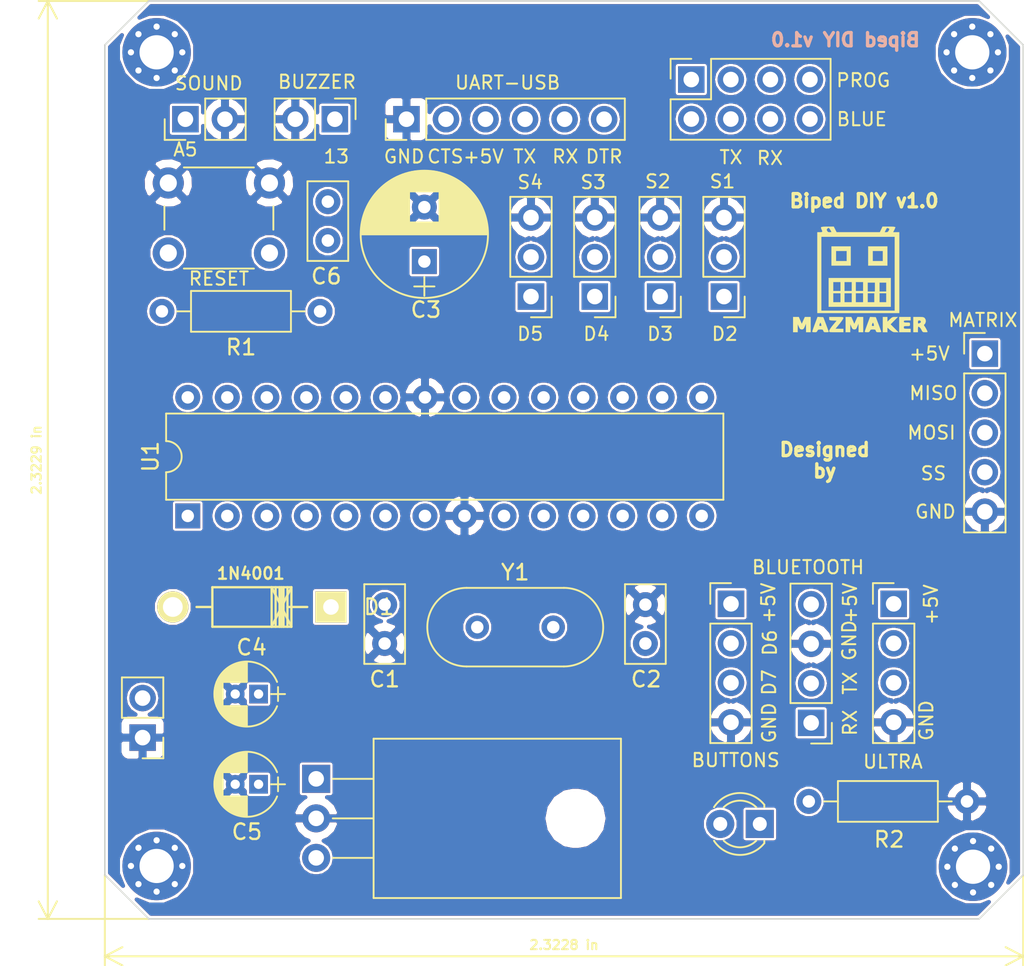
<source format=kicad_pcb>
(kicad_pcb (version 20171130) (host pcbnew 5.1.0-rc1-unknown-5072298~66~ubuntu16.04.1)
  (layers (0 F.Cu signal hide) (31 B.Cu signal hide) (34 B.Paste user) (35 F.Paste user) (36 B.SilkS user) (37 F.SilkS user) (38 B.Mask user) (39 F.Mask user) (44 Edge.Cuts user))
  (net 0 "")
  (net 1 /XTAL1)
  (net 2 GND)
  (net 3 /XTAL2)
  (net 4 /RESET)
  (net 5 /D9)
  (net 6 /D10/SS)
  (net 7 /D11/MOSI)
  (net 8 /D2)
  (net 9 /D12/MISO)
  (net 10 /D3)
  (net 11 /D13/SCK)
  (net 12 /D4)
  (net 13 +5V)
  (net 14 "Net-(U1-Pad21)")
  (net 15 /A0)
  (net 16 /A1)
  (net 17 /D5)
  (net 18 /A2)
  (net 19 /D6)
  (net 20 /A3)
  (net 21 /D7)
  (net 22 /A4)
  (net 23 /D8)
  (net 24 /A5)
  (net 25 "Net-(C4-Pad1)")
  (net 26 "Net-(D1-Pad2)")
  (net 27 "Net-(D2-Pad1)")
  (net 28 /DTR)
  (net 29 /CTS)
  (net 30 /RX-BLUE)
  (net 31 /TX-BLUE)
  (net 32 /RX-UART)
  (net 33 /TX)
  (net 34 /RX)
  (net 35 /TX-UART)
  (module OSHwi:greynaga6-2 (layer F.Cu) (at 180.975 86.995)
    (fp_text reference GBSilk*** hide)
    (fp_text value LOGO hide)
  )
  (module OSHwi:greynaga6-2-cooper (layer F.Cu) (at 180.975 86.995)
    (fp_text reference GS*** hide)
    (fp_text value v hide)
    (fp_poly (pts (xy -0.69325 -0.237887) (xy -0.678291 -0.237691) (xy -0.66664 -0.237282) (xy -0.657538 -0.236627) (xy -0.650225 -0.235693) (xy -0.64394 -0.234449) (xy -0.637923 -0.232859) (xy -0.634635 -0.231882) (xy -0.615263 -0.22408) (xy -0.600966 -0.213639) (xy -0.59135 -0.199927) (xy -0.586023 -0.18231) (xy -0.584591 -0.160153) (xy -0.584904 -0.151778) (xy -0.586199 -0.13733) (xy -0.588509 -0.12693) (xy -0.592441 -0.118285) (xy -0.594707 -0.114647) (xy -0.607869 -0.100444) (xy -0.626089 -0.089721) (xy -0.648974 -0.082707) (xy -0.650875 -0.082335) (xy -0.661479 -0.080264) (xy -0.669231 -0.078614) (xy -0.672399 -0.07776) (xy -0.671249 -0.074838) (xy -0.667473 -0.066881) (xy -0.661377 -0.054486) (xy -0.653269 -0.038249) (xy -0.643454 -0.018768) (xy -0.63224 0.00336) (xy -0.619933 0.027539) (xy -0.60684 0.053171) (xy -0.593268 0.079659) (xy -0.579523 0.106407) (xy -0.565912 0.132818) (xy -0.552742 0.158294) (xy -0.540319 0.182239) (xy -0.528951 0.204056) (xy -0.518943 0.223148) (xy -0.510604 0.238918) (xy -0.504238 0.250768) (xy -0.500153 0.258103) (xy -0.498679 0.26035) (xy -0.496798 0.25763) (xy -0.492187 0.249795) (xy -0.485113 0.237325) (xy -0.475841 0.220703) (xy -0.464639 0.200411) (xy -0.451772 0.176931) (xy -0.437506 0.150747) (xy -0.422108 0.122339) (xy -0.405844 0.092191) (xy -0.405354 0.091281) (xy -0.314371 -0.077788) (xy -0.332491 -0.08014) (xy -0.358579 -0.085731) (xy -0.379576 -0.095037) (xy -0.395432 -0.108002) (xy -0.406098 -0.124572) (xy -0.411524 -0.144689) (xy -0.41166 -0.1683) (xy -0.411596 -0.168929) (xy -0.408557 -0.186228) (xy -0.40288 -0.199769) (xy -0.393456 -0.211955) (xy -0.390298 -0.215157) (xy -0.384691 -0.220382) (xy -0.379135 -0.22467) (xy -0.372953 -0.228119) (xy -0.365468 -0.230831) (xy -0.356001 -0.232906) (xy -0.343874 -0.234444) (xy -0.328412 -0.235545) (xy -0.308935 -0.236311) (xy -0.284765 -0.23684) (xy -0.255227 -0.237234) (xy -0.240113 -0.237392) (xy -0.21045 -0.237672) (xy -0.186384 -0.237834) (xy -0.167164 -0.237846) (xy -0.152035 -0.237677) (xy -0.140247 -0.237297) (xy -0.131048 -0.236672) (xy -0.123684 -0.235774) (xy -0.117403 -0.234569) (xy -0.111454 -0.233027) (xy -0.107577 -0.23188) (xy -0.087593 -0.223579) (xy -0.072998 -0.212296) (xy -0.063402 -0.197681) (xy -0.06049 -0.189501) (xy -0.057849 -0.17361) (xy -0.057623 -0.155516) (xy -0.059639 -0.137721) (xy -0.063724 -0.12273) (xy -0.065373 -0.119063) (xy -0.075174 -0.106022) (xy -0.089612 -0.094665) (xy -0.106996 -0.086122) (xy -0.120123 -0.082401) (xy -0.138306 -0.078824) (xy -0.316803 0.260292) (xy -0.339526 0.303472) (xy -0.361409 0.345083) (xy -0.382275 0.384779) (xy -0.401941 0.422217) (xy -0.420228 0.457053) (xy -0.436955 0.488941) (xy -0.451942 0.517539) (xy -0.465008 0.542502) (xy -0.475973 0.563486) (xy -0.484657 0.580145) (xy -0.490879 0.592137) (xy -0.494458 0.599117) (xy -0.4953 0.600858) (xy -0.492386 0.601767) (xy -0.484656 0.602876) (xy -0.473634 0.603978) (xy -0.470694 0.604216) (xy -0.44538 0.607588) (xy -0.425401 0.613522) (xy -0.41017 0.622294) (xy -0.399097 0.634182) (xy -0.395922 0.639453) (xy -0.392339 0.647473) (xy -0.390203 0.656276) (xy -0.389188 0.667818) (xy -0.388961 0.681037) (xy -0.389162 0.695451) (xy -0.390064 0.70554) (xy -0.392069 0.71332) (xy -0.395582 0.720809) (xy -0.397641 0.724417) (xy -0.407008 0.737082) (xy -0.418946 0.746565) (xy -0.434978 0.753927) (xy -0.444283 0.756934) (xy -0.448437 0.757968) (xy -0.453651 0.758853) (xy -0.460409 0.759599) (xy -0.469197 0.760217) (xy -0.480499 0.760719) (xy -0.494801 0.761114) (xy -0.512589 0.761414) (xy -0.534346 0.761629) (xy -0.560558 0.76177) (xy -0.59171 0.761848) (xy -0.628288 0.761873) (xy -0.666533 0.76186) (xy -0.709158 0.76181) (xy -0.745879 0.761714) (xy -0.777139 0.761563) (xy -0.803384 0.761349) (xy -0.825059 0.761061) (xy -0.842608 0.76069) (xy -0.856477 0.760227) (xy -0.867111 0.759662) (xy -0.874954 0.758987) (xy -0.880452 0.75819) (xy -0.884049 0.757264) (xy -0.884054 0.757262) (xy -0.899387 0.750138) (xy -0.911383 0.74022) (xy -0.922125 0.725776) (xy -0.922338 0.725435) (xy -0.927404 0.716379) (xy -0.930457 0.707817) (xy -0.932106 0.697391) (xy -0.93289 0.684466) (xy -0.93316 0.670583) (xy -0.932391 0.660777) (xy -0.930214 0.652813) (xy -0.926296 0.644525) (xy -0.918956 0.633894) (xy -0.909612 0.624233) (xy -0.906219 0.621585) (xy -0.898427 0.616644) (xy -0.890239 0.612661) (xy -0.880892 0.609537) (xy -0.86962 0.607172) (xy -0.855659 0.605466) (xy -0.838244 0.604321) (xy -0.816611 0.603637) (xy -0.789994 0.603314) (xy -0.765147 0.60325) (xy -0.674378 0.60325) (xy -0.63167 0.523265) (xy -0.620721 0.502659) (xy -0.610854 0.483898) (xy -0.60244 0.467703) (xy -0.59585 0.454793) (xy -0.591454 0.445889) (xy -0.589623 0.441713) (xy -0.589598 0.441509) (xy -0.591112 0.43849) (xy -0.595331 0.430224) (xy -0.602049 0.417111) (xy -0.611062 0.399548) (xy -0.622165 0.377933) (xy -0.635153 0.352665) (xy -0.649822 0.324141) (xy -0.665967 0.29276) (xy -0.683383 0.258921) (xy -0.701865 0.223021) (xy -0.72121 0.185459) (xy -0.72352 0.180975) (xy -0.856807 -0.077788) (xy -0.870523 -0.08142) (xy -0.893313 -0.089255) (xy -0.910496 -0.099507) (xy -0.922541 -0.112756) (xy -0.929919 -0.12958) (xy -0.933101 -0.150559) (xy -0.933311 -0.15875) (xy -0.931657 -0.180707) (xy -0.926294 -0.198115) (xy -0.916623 -0.211961) (xy -0.902046 -0.223233) (xy -0.890548 -0.229239) (xy -0.886107 -0.231197) (xy -0.881683 -0.232777) (xy -0.876557 -0.234028) (xy -0.870009 -0.234997) (xy -0.86132 -0.235732) (xy -0.849769 -0.236281) (xy -0.834637 -0.236691) (xy -0.815204 -0.237011) (xy -0.79075 -0.237288) (xy -0.765583 -0.237524) (xy -0.736136 -0.23777) (xy -0.712278 -0.237903) (xy -0.69325 -0.237887)) (layer F.Cu) (width 0.01))
    (fp_poly (pts (xy 2.298534 -0.25834) (xy 2.315568 -0.258055) (xy 2.328899 -0.257446) (xy 2.33985 -0.256395) (xy 2.349745 -0.254781) (xy 2.359907 -0.252486) (xy 2.369203 -0.250056) (xy 2.403796 -0.238621) (xy 2.437402 -0.223561) (xy 2.467646 -0.205971) (xy 2.473325 -0.202075) (xy 2.493962 -0.187471) (xy 2.495806 -0.238125) (xy 2.601884 -0.238125) (xy 2.631271 -0.238021) (xy 2.657886 -0.237718) (xy 2.681039 -0.237238) (xy 2.700037 -0.236599) (xy 2.714189 -0.23582) (xy 2.722803 -0.234921) (xy 2.723681 -0.234754) (xy 2.745043 -0.227352) (xy 2.762234 -0.215493) (xy 2.774811 -0.199705) (xy 2.782334 -0.180517) (xy 2.784426 -0.161925) (xy 2.782846 -0.14114) (xy 2.777738 -0.124407) (xy 2.768598 -0.110196) (xy 2.766774 -0.108105) (xy 2.753977 -0.096772) (xy 2.738485 -0.088636) (xy 2.71925 -0.083317) (xy 2.695225 -0.08043) (xy 2.690143 -0.080131) (xy 2.657475 -0.078464) (xy 2.657472 0.198099) (xy 2.65745 0.251492) (xy 2.657375 0.298947) (xy 2.657234 0.340873) (xy 2.65701 0.377681) (xy 2.65669 0.409784) (xy 2.656259 0.437591) (xy 2.655702 0.461513) (xy 2.655004 0.481962) (xy 2.654151 0.499348) (xy 2.653128 0.514082) (xy 2.651921 0.526575) (xy 2.650514 0.537238) (xy 2.648893 0.546482) (xy 2.647044 0.554717) (xy 2.644952 0.562355) (xy 2.644403 0.564174) (xy 2.629544 0.602047) (xy 2.609301 0.636917) (xy 2.584068 0.668414) (xy 2.55424 0.69617) (xy 2.520211 0.719814) (xy 2.482375 0.738978) (xy 2.443162 0.752725) (xy 2.436709 0.754473) (xy 2.430475 0.755916) (xy 2.423785 0.757089) (xy 2.415963 0.758026) (xy 2.406333 0.758759) (xy 2.394222 0.759324) (xy 2.378953 0.759753) (xy 2.359852 0.76008) (xy 2.336242 0.760339) (xy 2.307451 0.760564) (xy 2.282825 0.760725) (xy 2.253366 0.760841) (xy 2.225627 0.760817) (xy 2.200323 0.760662) (xy 2.178173 0.760387) (xy 2.159892 0.760002) (xy 2.146198 0.759517) (xy 2.137808 0.758942) (xy 2.135931 0.758652) (xy 2.1138 0.750639) (xy 2.096359 0.738692) (xy 2.083873 0.723059) (xy 2.076606 0.703986) (xy 2.076411 0.703074) (xy 2.074017 0.680178) (xy 2.07635 0.65889) (xy 2.083143 0.640308) (xy 2.094134 0.625533) (xy 2.095312 0.624434) (xy 2.101581 0.619288) (xy 2.108372 0.615037) (xy 2.116334 0.611596) (xy 2.126111 0.608884) (xy 2.138351 0.606816) (xy 2.153698 0.60531) (xy 2.1728 0.604281) (xy 2.196303 0.603646) (xy 2.224852 0.603322) (xy 2.259094 0.603226) (xy 2.259639 0.603226) (xy 2.293581 0.60314) (xy 2.321897 0.602854) (xy 2.345308 0.602301) (xy 2.364535 0.601413) (xy 2.3803 0.600124) (xy 2.393324 0.598367) (xy 2.404331 0.596074) (xy 2.41404 0.593178) (xy 2.423174 0.589611) (xy 2.427679 0.587589) (xy 2.450436 0.574346) (xy 2.468276 0.557734) (xy 2.482129 0.53686) (xy 2.483613 0.533936) (xy 2.493962 0.51293) (xy 2.496062 0.39629) (xy 2.476351 0.409675) (xy 2.45242 0.424131) (xy 2.424696 0.437949) (xy 2.395717 0.449972) (xy 2.368438 0.458924) (xy 2.336962 0.46546) (xy 2.301649 0.469053) (xy 2.264274 0.469732) (xy 2.226612 0.467527) (xy 2.190438 0.462466) (xy 2.160587 0.455485) (xy 2.11806 0.440021) (xy 2.077996 0.419181) (xy 2.040916 0.393493) (xy 2.00734 0.363488) (xy 1.977786 0.329695) (xy 1.952775 0.292643) (xy 1.932827 0.252861) (xy 1.91846 0.21088) (xy 1.917725 0.20806) (xy 1.90826 0.159106) (xy 1.904761 0.110127) (xy 1.905027 0.104775) (xy 2.065954 0.104775) (xy 2.068858 0.140612) (xy 2.077508 0.173789) (xy 2.091978 0.204503) (xy 2.112346 0.232953) (xy 2.116739 0.237954) (xy 2.14423 0.263816) (xy 2.174718 0.284214) (xy 2.207705 0.298986) (xy 2.242695 0.307971) (xy 2.279192 0.311008) (xy 2.3167 0.307936) (xy 2.326615 0.306105) (xy 2.36061 0.296076) (xy 2.392188 0.280813) (xy 2.420722 0.260909) (xy 2.445585 0.236957) (xy 2.46615 0.209549) (xy 2.48179 0.179279) (xy 2.491015 0.150607) (xy 2.494695 0.125339) (xy 2.494994 0.097443) (xy 2.492054 0.069575) (xy 2.486018 0.044388) (xy 2.485168 0.041888) (xy 2.470719 0.010068) (xy 2.451201 -0.018668) (xy 2.42733 -0.043864) (xy 2.399818 -0.065063) (xy 2.369378 -0.081808) (xy 2.336726 -0.093642) (xy 2.302573 -0.100108) (xy 2.267634 -0.10075) (xy 2.262968 -0.100372) (xy 2.242854 -0.097969) (xy 2.225709 -0.094464) (xy 2.2091 -0.089167) (xy 2.190595 -0.081384) (xy 2.181909 -0.077321) (xy 2.166722 -0.069591) (xy 2.154358 -0.061898) (xy 2.14269 -0.052708) (xy 2.129592 -0.040489) (xy 2.126248 -0.037183) (xy 2.10297 -0.010829) (xy 2.085675 0.016252) (xy 2.073996 0.044923) (xy 2.067566 0.076046) (xy 2.065954 0.104775) (xy 1.905027 0.104775) (xy 1.907175 0.061724) (xy 1.915448 0.014499) (xy 1.929527 -0.030949) (xy 1.941517 -0.058738) (xy 1.954606 -0.083855) (xy 1.968412 -0.105838) (xy 1.984209 -0.12639) (xy 2.003274 -0.147216) (xy 2.019984 -0.163567) (xy 2.055129 -0.193004) (xy 2.092676 -0.216936) (xy 2.133342 -0.235743) (xy 2.177844 -0.249808) (xy 2.185798 -0.251744) (xy 2.197382 -0.254219) (xy 2.208675 -0.256017) (xy 2.221017 -0.257238) (xy 2.235749 -0.257979) (xy 2.254212 -0.25834) (xy 2.276475 -0.258421) (xy 2.298534 -0.25834)) (layer F.Cu) (width 0.01))
    (fp_poly (pts (xy -1.408884 -0.257616) (xy -1.361811 -0.251717) (xy -1.316582 -0.241517) (xy -1.274176 -0.227096) (xy -1.235576 -0.208538) (xy -1.231663 -0.206282) (xy -1.193234 -0.180751) (xy -1.158048 -0.151405) (xy -1.126801 -0.119003) (xy -1.100187 -0.084301) (xy -1.078901 -0.048055) (xy -1.071275 -0.031514) (xy -1.059737 -0.0002) (xy -1.051198 0.032397) (xy -1.045448 0.067499) (xy -1.042278 0.106327) (xy -1.041456 0.142081) (xy -1.0414 0.180975) (xy -1.360828 0.180975) (xy -1.412944 0.180979) (xy -1.459072 0.180996) (xy -1.499572 0.181032) (xy -1.534805 0.181093) (xy -1.565133 0.181186) (xy -1.590917 0.181317) (xy -1.612518 0.181492) (xy -1.630298 0.181718) (xy -1.644616 0.182001) (xy -1.655836 0.182347) (xy -1.664317 0.182763) (xy -1.670421 0.183255) (xy -1.674509 0.183829) (xy -1.676942 0.184491) (xy -1.678082 0.185249) (xy -1.678289 0.186107) (xy -1.678174 0.186531) (xy -1.671496 0.200203) (xy -1.661311 0.216052) (xy -1.648966 0.232159) (xy -1.636229 0.246189) (xy -1.610802 0.267167) (xy -1.580554 0.284372) (xy -1.545825 0.297727) (xy -1.506959 0.307153) (xy -1.464296 0.312574) (xy -1.418179 0.313913) (xy -1.36895 0.311091) (xy -1.355706 0.309669) (xy -1.334965 0.30702) (xy -1.314825 0.303943) (xy -1.294033 0.300189) (xy -1.271337 0.295512) (xy -1.245483 0.289662) (xy -1.215219 0.28239) (xy -1.203325 0.279456) (xy -1.1737 0.272452) (xy -1.149278 0.26756) (xy -1.129268 0.264795) (xy -1.112882 0.264171) (xy -1.099328 0.265705) (xy -1.087817 0.269409) (xy -1.077558 0.2753) (xy -1.069331 0.281947) (xy -1.055379 0.297442) (xy -1.046986 0.314322) (xy -1.043442 0.334167) (xy -1.043226 0.340242) (xy -1.043464 0.352597) (xy -1.044994 0.361271) (xy -1.048528 0.368904) (xy -1.052647 0.375143) (xy -1.063306 0.387692) (xy -1.077153 0.399173) (xy -1.094791 0.409897) (xy -1.116823 0.420176) (xy -1.143853 0.43032) (xy -1.176484 0.44064) (xy -1.183825 0.442778) (xy -1.223396 0.452649) (xy -1.267301 0.460885) (xy -1.313665 0.467163) (xy -1.340817 0.469769) (xy -1.356393 0.47074) (xy -1.375934 0.471511) (xy -1.398094 0.472072) (xy -1.421527 0.472415) (xy -1.444888 0.472531) (xy -1.466831 0.47241) (xy -1.486011 0.472045) (xy -1.50108 0.471425) (xy -1.508125 0.470873) (xy -1.516117 0.469732) (xy -1.528291 0.46766) (xy -1.542611 0.465013) (xy -1.550106 0.463552) (xy -1.599358 0.451004) (xy -1.644675 0.433627) (xy -1.686502 0.411187) (xy -1.725285 0.38345) (xy -1.756018 0.355708) (xy -1.786311 0.321967) (xy -1.810718 0.286688) (xy -1.829543 0.249217) (xy -1.843087 0.208903) (xy -1.851654 0.165092) (xy -1.853931 0.144462) (xy -1.855328 0.095106) (xy -1.850816 0.047855) (xy -1.848571 0.0381) (xy -1.676119 0.0381) (xy -1.221687 0.0381) (xy -1.223806 0.029368) (xy -1.228653 0.01689) (xy -1.237265 0.001973) (xy -1.24855 -0.013736) (xy -1.261411 -0.028588) (xy -1.264208 -0.031443) (xy -1.282702 -0.047225) (xy -1.305178 -0.062278) (xy -1.329307 -0.075174) (xy -1.348035 -0.082905) (xy -1.383927 -0.092574) (xy -1.422591 -0.097717) (xy -1.462392 -0.098351) (xy -1.501697 -0.094495) (xy -1.538871 -0.086165) (xy -1.555138 -0.080711) (xy -1.584353 -0.067265) (xy -1.611047 -0.050178) (xy -1.634358 -0.030234) (xy -1.653424 -0.00822) (xy -1.667383 0.015079) (xy -1.671691 0.02555) (xy -1.676119 0.0381) (xy -1.848571 0.0381) (xy -1.840468 0.002893) (xy -1.824358 -0.039595) (xy -1.802559 -0.079424) (xy -1.775146 -0.116407) (xy -1.742191 -0.150361) (xy -1.733694 -0.157843) (xy -1.700335 -0.184115) (xy -1.6671 -0.205417) (xy -1.632131 -0.222813) (xy -1.595982 -0.236565) (xy -1.551349 -0.248687) (xy -1.504633 -0.256182) (xy -1.456818 -0.259131) (xy -1.408884 -0.257616)) (layer F.Cu) (width 0.01))
    (fp_poly (pts (xy 1.428856 -0.256821) (xy 1.476526 -0.249673) (xy 1.520116 -0.238011) (xy 1.559457 -0.221869) (xy 1.589647 -0.204507) (xy 1.617347 -0.183124) (xy 1.639714 -0.159154) (xy 1.657527 -0.131732) (xy 1.660782 -0.125413) (xy 1.665257 -0.116146) (xy 1.669079 -0.107452) (xy 1.672301 -0.09876) (xy 1.674973 -0.089501) (xy 1.677148 -0.079104) (xy 1.678875 -0.066997) (xy 1.680206 -0.05261) (xy 1.681193 -0.035373) (xy 1.681886 -0.014716) (xy 1.682337 0.009933) (xy 1.682597 0.039145) (xy 1.682717 0.073488) (xy 1.682749 0.113535) (xy 1.68275 0.119341) (xy 1.68275 0.288925) (xy 1.702804 0.288925) (xy 1.733296 0.290827) (xy 1.75879 0.29652) (xy 1.779249 0.305983) (xy 1.794638 0.319196) (xy 1.804924 0.336136) (xy 1.80951 0.352706) (xy 1.810795 0.376668) (xy 1.806711 0.397901) (xy 1.797525 0.415939) (xy 1.783502 0.430314) (xy 1.764908 0.440559) (xy 1.758223 0.442834) (xy 1.752573 0.444186) (xy 1.745234 0.445274) (xy 1.73553 0.446122) (xy 1.722785 0.446756) (xy 1.706324 0.447203) (xy 1.685472 0.447488) (xy 1.659553 0.447636) (xy 1.631373 0.447675) (xy 1.520825 0.447675) (xy 1.520825 0.4318) (xy 1.52052 0.422741) (xy 1.519741 0.416993) (xy 1.519131 0.415925) (xy 1.515573 0.417244) (xy 1.50827 0.420628) (xy 1.502463 0.423502) (xy 1.478277 0.434233) (xy 1.4495 0.444525) (xy 1.417888 0.453867) (xy 1.3852 0.461746) (xy 1.353192 0.467651) (xy 1.34849 0.468345) (xy 1.33283 0.470022) (xy 1.313249 0.471293) (xy 1.291257 0.472141) (xy 1.268364 0.472552) (xy 1.24608 0.472509) (xy 1.225914 0.471998) (xy 1.209379 0.471002) (xy 1.199894 0.469866) (xy 1.157188 0.459891) (xy 1.117465 0.445055) (xy 1.081304 0.42565) (xy 1.049282 0.40197) (xy 1.031207 0.384683) (xy 1.011064 0.360917) (xy 0.996427 0.337626) (xy 0.986733 0.313412) (xy 0.981421 0.286878) (xy 0.979924 0.257175) (xy 0.980016 0.252945) (xy 1.14935 0.252945) (xy 1.152401 0.268023) (xy 1.161357 0.281504) (xy 1.175915 0.293142) (xy 1.195775 0.302695) (xy 1.2192 0.309599) (xy 1.234037 0.311765) (xy 1.253394 0.31286) (xy 1.27554 0.312925) (xy 1.298742 0.312004) (xy 1.32127 0.310139) (xy 1.341391 0.307373) (xy 1.3462 0.306475) (xy 1.39137 0.294747) (xy 1.438463 0.277309) (xy 1.477962 0.258978) (xy 1.522412 0.236537) (xy 1.523303 0.197643) (xy 1.523455 0.182774) (xy 1.523219 0.170526) (xy 1.522646 0.162114) (xy 1.521784 0.158752) (xy 1.521716 0.158737) (xy 1.517664 0.158262) (xy 1.508898 0.157) (xy 1.496973 0.15518) (xy 1.490662 0.154187) (xy 1.44561 0.148105) (xy 1.402614 0.144411) (xy 1.362432 0.143107) (xy 1.325823 0.144194) (xy 1.293547 0.147673) (xy 1.266361 0.153545) (xy 1.265355 0.15384) (xy 1.235143 0.164537) (xy 1.208748 0.177388) (xy 1.186624 0.192004) (xy 1.169224 0.207999) (xy 1.157002 0.224985) (xy 1.150412 0.242573) (xy 1.14935 0.252945) (xy 0.980016 0.252945) (xy 0.980298 0.240122) (xy 0.98148 0.226853) (xy 0.983876 0.214814) (xy 0.987894 0.201452) (xy 0.98959 0.196476) (xy 1.003199 0.165337) (xy 1.021896 0.136246) (xy 1.046221 0.108408) (xy 1.055562 0.099372) (xy 1.09097 0.070295) (xy 1.129688 0.04606) (xy 1.172072 0.026507) (xy 1.218477 0.011476) (xy 1.269258 0.000806) (xy 1.276731 -0.000348) (xy 1.298598 -0.002623) (xy 1.32528 -0.003866) (xy 1.355334 -0.004131) (xy 1.387319 -0.00347) (xy 1.419792 -0.001939) (xy 1.451312 0.000411) (xy 1.480437 0.003524) (xy 1.505724 0.007348) (xy 1.511041 0.008362) (xy 1.521491 0.010452) (xy 1.520364 -0.018297) (xy 1.519646 -0.032363) (xy 1.518497 -0.041899) (xy 1.516434 -0.048724) (xy 1.51297 -0.054657) (xy 1.509463 -0.059242) (xy 1.495116 -0.072907) (xy 1.476243 -0.083559) (xy 1.452554 -0.091285) (xy 1.423758 -0.096173) (xy 1.389564 -0.098308) (xy 1.378313 -0.098426) (xy 1.359754 -0.09825) (xy 1.342881 -0.097623) (xy 1.326499 -0.096392) (xy 1.309415 -0.094403) (xy 1.290437 -0.091503) (xy 1.26837 -0.087541) (xy 1.242022 -0.082364) (xy 1.223962 -0.078672) (xy 1.18993 -0.072129) (xy 1.161473 -0.067733) (xy 1.138197 -0.065458) (xy 1.11971 -0.06528) (xy 1.10562 -0.067174) (xy 1.096505 -0.070556) (xy 1.078567 -0.083787) (xy 1.065414 -0.101054) (xy 1.057321 -0.12192) (xy 1.054997 -0.136128) (xy 1.055197 -0.157779) (xy 1.060241 -0.175872) (xy 1.070408 -0.191261) (xy 1.074296 -0.195283) (xy 1.080508 -0.200754) (xy 1.087219 -0.205266) (xy 1.095721 -0.209416) (xy 1.107304 -0.213803) (xy 1.123262 -0.219025) (xy 1.130341 -0.22123) (xy 1.167335 -0.232086) (xy 1.200908 -0.240569) (xy 1.233239 -0.247091) (xy 1.266504 -0.252063) (xy 1.302881 -0.255897) (xy 1.321948 -0.257444) (xy 1.377274 -0.259422) (xy 1.428856 -0.256821)) (layer F.Cu) (width 0.01))
    (fp_poly (pts (xy 3.294858 -0.257621) (xy 3.341954 -0.252197) (xy 3.38518 -0.242867) (xy 3.402012 -0.237772) (xy 3.436003 -0.223973) (xy 3.467184 -0.206312) (xy 3.494769 -0.185419) (xy 3.517974 -0.161921) (xy 3.536013 -0.136446) (xy 3.541395 -0.126285) (xy 3.545654 -0.117278) (xy 3.54929 -0.108953) (xy 3.552352 -0.100739) (xy 3.55489 -0.092067) (xy 3.556952 -0.082365) (xy 3.558589 -0.071063) (xy 3.55985 -0.057591) (xy 3.560784 -0.041378) (xy 3.561441 -0.021853) (xy 3.56187 0.001554) (xy 3.562122 0.029413) (xy 3.562245 0.062295) (xy 3.562289 0.100771) (xy 3.562294 0.114615) (xy 3.56235 0.287968) (xy 3.594893 0.28985) (xy 3.621936 0.292687) (xy 3.643675 0.297948) (xy 3.660798 0.305953) (xy 3.673993 0.317022) (xy 3.683789 0.331177) (xy 3.687692 0.340056) (xy 3.689888 0.349785) (xy 3.690779 0.362577) (xy 3.690861 0.370205) (xy 3.690601 0.383815) (xy 3.68948 0.393359) (xy 3.68697 0.401109) (xy 3.68254 0.409343) (xy 3.681263 0.411432) (xy 3.672979 0.422518) (xy 3.662714 0.430963) (xy 3.652965 0.436513) (xy 3.634254 0.446087) (xy 3.517339 0.447027) (xy 3.400425 0.447967) (xy 3.400425 0.416005) (xy 3.382168 0.424348) (xy 3.355535 0.43536) (xy 3.325186 0.445986) (xy 3.293738 0.455377) (xy 3.2639 0.462666) (xy 3.243479 0.466117) (xy 3.219027 0.468859) (xy 3.192034 0.470848) (xy 3.163992 0.472042) (xy 3.136394 0.472396) (xy 3.110731 0.471866) (xy 3.088496 0.470409) (xy 3.072574 0.468256) (xy 3.032734 0.458251) (xy 2.995754 0.444045) (xy 2.962133 0.426029) (xy 2.932371 0.404591) (xy 2.906968 0.380122) (xy 2.886423 0.353011) (xy 2.871235 0.323647) (xy 2.865345 0.306672) (xy 2.861971 0.288572) (xy 2.860719 0.266682) (xy 2.861109 0.254683) (xy 3.029019 0.254683) (xy 3.031999 0.267425) (xy 3.04061 0.279693) (xy 3.054137 0.290927) (xy 3.071861 0.300573) (xy 3.093065 0.308072) (xy 3.100075 0.309838) (xy 3.116978 0.312315) (xy 3.138383 0.313322) (xy 3.162636 0.312936) (xy 3.188079 0.311231) (xy 3.213056 0.308282) (xy 3.23591 0.304163) (xy 3.2385 0.303578) (xy 3.272125 0.294668) (xy 3.304021 0.283706) (xy 3.336441 0.269843) (xy 3.363912 0.256278) (xy 3.402012 0.236535) (xy 3.402901 0.197985) (xy 3.403789 0.159434) (xy 3.383769 0.155948) (xy 3.345818 0.15026) (xy 3.307644 0.146262) (xy 3.270307 0.143974) (xy 3.234865 0.143412) (xy 3.202375 0.144595) (xy 3.173896 0.147539) (xy 3.151187 0.152073) (xy 3.121762 0.161732) (xy 3.095407 0.173897) (xy 3.072674 0.188104) (xy 3.054117 0.203888) (xy 3.040288 0.220785) (xy 3.031742 0.238329) (xy 3.029019 0.254683) (xy 2.861109 0.254683) (xy 2.861484 0.24316) (xy 2.864159 0.220161) (xy 2.868639 0.199843) (xy 2.870928 0.192908) (xy 2.881721 0.168052) (xy 2.894927 0.145837) (xy 2.911823 0.124316) (xy 2.925762 0.109402) (xy 2.9586 0.079726) (xy 2.994063 0.05486) (xy 3.032769 0.034495) (xy 3.075341 0.018322) (xy 3.122396 0.006032) (xy 3.14001 0.002596) (xy 3.165339 -0.00081) (xy 3.195398 -0.002976) (xy 3.228698 -0.003935) (xy 3.263746 -0.00372) (xy 3.299053 -0.002366) (xy 3.333129 0.000095) (xy 3.364481 0.003629) (xy 3.391621 0.008203) (xy 3.391693 0.008218) (xy 3.400425 0.010029) (xy 3.400425 -0.015781) (xy 3.399749 -0.033039) (xy 3.397256 -0.045871) (xy 3.392244 -0.056103) (xy 3.384011 -0.065562) (xy 3.379831 -0.069386) (xy 3.36453 -0.080022) (xy 3.345487 -0.088111) (xy 3.322145 -0.093782) (xy 3.293949 -0.097168) (xy 3.260344 -0.098397) (xy 3.256476 -0.098407) (xy 3.236862 -0.098117) (xy 3.218066 -0.097164) (xy 3.1989 -0.095392) (xy 3.178171 -0.092648) (xy 3.15469 -0.088776) (xy 3.127266 -0.083623) (xy 3.099768 -0.078079) (xy 3.069938 -0.072148) (xy 3.045451 -0.067873) (xy 3.025514 -0.065281) (xy 3.009331 -0.064399) (xy 2.996109 -0.065257) (xy 2.985052 -0.06788) (xy 2.975368 -0.072297) (xy 2.966261 -0.078536) (xy 2.961021 -0.08292) (xy 2.94773 -0.098515) (xy 2.938933 -0.117116) (xy 2.934788 -0.137338) (xy 2.935455 -0.157799) (xy 2.941092 -0.177114) (xy 2.948734 -0.19009) (xy 2.955435 -0.197112) (xy 2.964864 -0.203612) (xy 2.977817 -0.20996) (xy 2.995093 -0.216521) (xy 3.017487 -0.223665) (xy 3.02869 -0.22695) (xy 3.083408 -0.240714) (xy 3.138166 -0.250686) (xy 3.192182 -0.256843) (xy 3.244673 -0.259162) (xy 3.294858 -0.257621)) (layer F.Cu) (width 0.01))
    (fp_poly (pts (xy -2.975093 -0.487295) (xy -2.958806 -0.481562) (xy -2.949319 -0.475332) (xy -2.941943 -0.467039) (xy -2.935288 -0.455604) (xy -2.925763 -0.437033) (xy -2.924772 -0.33272) (xy -2.924535 -0.302881) (xy -2.924464 -0.278668) (xy -2.924582 -0.259358) (xy -2.924912 -0.24423) (xy -2.925478 -0.23256) (xy -2.926303 -0.223626) (xy -2.92741 -0.216705) (xy -2.928657 -0.211636) (xy -2.936615 -0.191227) (xy -2.947388 -0.176183) (xy -2.961588 -0.166054) (xy -2.97983 -0.160395) (xy -3.00115 -0.15875) (xy -3.015042 -0.159329) (xy -3.027563 -0.160863) (xy -3.036265 -0.163049) (xy -3.036434 -0.163119) (xy -3.047557 -0.169857) (xy -3.057357 -0.180526) (xy -3.066178 -0.195727) (xy -3.074367 -0.216059) (xy -3.082271 -0.242122) (xy -3.082516 -0.243032) (xy -3.090338 -0.260301) (xy -3.10375 -0.276127) (xy -3.122115 -0.29031) (xy -3.144795 -0.302648) (xy -3.171152 -0.312939) (xy -3.20055 -0.320983) (xy -3.232351 -0.326578) (xy -3.265917 -0.329523) (xy -3.30061 -0.329616) (xy -3.335795 -0.326657) (xy -3.343834 -0.325532) (xy -3.385635 -0.316345) (xy -3.424127 -0.30205) (xy -3.458992 -0.282944) (xy -3.489912 -0.259323) (xy -3.516568 -0.231483) (xy -3.538642 -0.199723) (xy -3.555816 -0.164337) (xy -3.567772 -0.125624) (xy -3.570044 -0.114744) (xy -3.571827 -0.10144) (xy -3.573253 -0.083102) (xy -3.57432 -0.060872) (xy -3.575029 -0.035891) (xy -3.57538 -0.0093) (xy -3.575372 0.017759) (xy -3.575007 0.044145) (xy -3.574284 0.068716) (xy -3.573203 0.090331) (xy -3.571763 0.107849) (xy -3.570036 0.119792) (xy -3.559542 0.157609) (xy -3.544526 0.191143) (xy -3.524917 0.220455) (xy -3.500642 0.245602) (xy -3.47163 0.266643) (xy -3.437807 0.283638) (xy -3.399103 0.296646) (xy -3.355445 0.305725) (xy -3.340184 0.307839) (xy -3.296209 0.311049) (xy -3.250528 0.310329) (xy -3.20481 0.305863) (xy -3.160728 0.297839) (xy -3.119951 0.286441) (xy -3.107532 0.281981) (xy -3.082925 0.272588) (xy -3.082925 0.168902) (xy -3.177382 0.167493) (xy -3.207581 0.166968) (xy -3.23221 0.166312) (xy -3.252047 0.165416) (xy -3.267871 0.164173) (xy -3.280462 0.162474) (xy -3.290598 0.16021) (xy -3.299059 0.157273) (xy -3.306624 0.153554) (xy -3.314072 0.148946) (xy -3.314981 0.148337) (xy -3.327733 0.136063) (xy -3.336758 0.1195) (xy -3.341742 0.099714) (xy -3.342371 0.077769) (xy -3.340243 0.062601) (xy -3.334333 0.045383) (xy -3.324127 0.031763) (xy -3.308908 0.020956) (xy -3.297238 0.015561) (xy -3.278188 0.007937) (xy -3.103563 0.007937) (xy -3.065399 0.007952) (xy -3.033039 0.008006) (xy -3.005937 0.008116) (xy -2.983548 0.008298) (xy -2.965326 0.008567) (xy -2.950726 0.00894) (xy -2.939201 0.009432) (xy -2.930206 0.01006) (xy -2.923195 0.01084) (xy -2.917622 0.011787) (xy -2.912943 0.012917) (xy -2.910696 0.013578) (xy -2.890083 0.022765) (xy -2.874327 0.035933) (xy -2.863638 0.052803) (xy -2.858229 0.073095) (xy -2.85757 0.083769) (xy -2.859763 0.107377) (xy -2.866709 0.126916) (xy -2.878668 0.142806) (xy -2.895902 0.155468) (xy -2.904925 0.159991) (xy -2.924175 0.168631) (xy -2.924175 0.375067) (xy -2.969419 0.396749) (xy -3.009386 0.415152) (xy -3.045798 0.430222) (xy -3.080147 0.442481) (xy -3.113923 0.452453) (xy -3.148617 0.460659) (xy -3.15595 0.462166) (xy -3.16877 0.464021) (xy -3.186689 0.465616) (xy -3.20846 0.466925) (xy -3.232837 0.467923) (xy -3.258574 0.468583) (xy -3.284424 0.468881) (xy -3.30914 0.468791) (xy -3.331476 0.468287) (xy -3.350186 0.467343) (xy -3.360738 0.466374) (xy -3.400872 0.459972) (xy -3.441506 0.450536) (xy -3.480867 0.438591) (xy -3.517182 0.424665) (xy -3.5433 0.412211) (xy -3.581697 0.388292) (xy -3.616534 0.359389) (xy -3.647516 0.325966) (xy -3.674347 0.288485) (xy -3.696729 0.24741) (xy -3.714366 0.203205) (xy -3.726961 0.156333) (xy -3.733458 0.114969) (xy -3.734743 0.098693) (xy -3.735726 0.07743) (xy -3.736407 0.052535) (xy -3.736784 0.025364) (xy -3.736855 -0.002728) (xy -3.736619 -0.030384) (xy -3.736076 -0.05625) (xy -3.735224 -0.07897) (xy -3.734061 -0.097188) (xy -3.733661 -0.101478) (xy -3.726428 -0.147428) (xy -3.714482 -0.192508) (xy -3.698377 -0.234713) (xy -3.694442 -0.243181) (xy -3.679115 -0.2729) (xy -3.663221 -0.298868) (xy -3.645405 -0.322983) (xy -3.624309 -0.347143) (xy -3.608401 -0.363565) (xy -3.572999 -0.395891) (xy -3.536593 -0.422723) (xy -3.498131 -0.444629) (xy -3.456562 -0.462179) (xy -3.410835 -0.475941) (xy -3.393086 -0.480092) (xy -3.381359 -0.482485) (xy -3.3703 -0.484278) (xy -3.35869 -0.485554) (xy -3.34531 -0.486397) (xy -3.32894 -0.486888) (xy -3.308361 -0.487112) (xy -3.2893 -0.487154) (xy -3.262238 -0.487018) (xy -3.240367 -0.486563) (xy -3.222533 -0.485724) (xy -3.207583 -0.484438) (xy -3.194363 -0.482641) (xy -3.187912 -0.481506) (xy -3.161803 -0.475687) (xy -3.133885 -0.467947) (xy -3.106775 -0.459083) (xy -3.08309 -0.44989) (xy -3.080845 -0.44891) (xy -3.069119 -0.444359) (xy -3.062617 -0.443384) (xy -3.061261 -0.444407) (xy -3.056855 -0.452384) (xy -3.049086 -0.462197) (xy -3.039707 -0.471925) (xy -3.030471 -0.479645) (xy -3.027215 -0.481736) (xy -3.011716 -0.487398) (xy -2.993541 -0.489249) (xy -2.975093 -0.487295)) (layer F.Cu) (width 0.01))
    (fp_poly (pts (xy -2.416406 -0.466363) (xy -2.390736 -0.466096) (xy -2.368815 -0.465653) (xy -2.350125 -0.46501) (xy -2.334145 -0.464142) (xy -2.320355 -0.463026) (xy -2.308236 -0.461638) (xy -2.297267 -0.459953) (xy -2.286928 -0.457947) (xy -2.2767 -0.455597) (xy -2.266063 -0.452878) (xy -2.262939 -0.452046) (xy -2.223392 -0.438724) (xy -2.186136 -0.420778) (xy -2.151861 -0.398756) (xy -2.121257 -0.373204) (xy -2.095013 -0.344671) (xy -2.07382 -0.313703) (xy -2.063789 -0.294124) (xy -2.05192 -0.260839) (xy -2.044633 -0.224872) (xy -2.042201 -0.18821) (xy -2.044547 -0.155179) (xy -2.052587 -0.119599) (xy -2.066138 -0.0863) (xy -2.085434 -0.054853) (xy -2.110708 -0.024825) (xy -2.120886 -0.01469) (xy -2.131565 -0.005111) (xy -2.144432 0.005474) (xy -2.158425 0.016303) (xy -2.172484 0.026612) (xy -2.18555 0.035637) (xy -2.196561 0.042616) (xy -2.204457 0.046784) (xy -2.207435 0.047625) (xy -2.206582 0.049686) (xy -2.201892 0.055319) (xy -2.194107 0.063696) (xy -2.18397 0.073988) (xy -2.182481 0.075459) (xy -2.138558 0.121791) (xy -2.09578 0.17287) (xy -2.055443 0.227092) (xy -2.033575 0.259506) (xy -2.014538 0.288825) (xy -1.995488 0.28893) (xy -1.974732 0.290296) (xy -1.954239 0.293867) (xy -1.935893 0.29919) (xy -1.921579 0.30581) (xy -1.919288 0.307304) (xy -1.905183 0.320228) (xy -1.896029 0.336123) (xy -1.891478 0.355741) (xy -1.890809 0.3683) (xy -1.892902 0.391429) (xy -1.899557 0.410249) (xy -1.911035 0.425117) (xy -1.927594 0.436392) (xy -1.944884 0.44313) (xy -1.951817 0.444675) (xy -1.961551 0.44586) (xy -1.974809 0.446717) (xy -1.99231 0.447283) (xy -2.014778 0.44759) (xy -2.040264 0.447675) (xy -2.120543 0.447675) (xy -2.13837 0.415911) (xy -2.156902 0.38447) (xy -2.177684 0.351981) (xy -2.200202 0.31907) (xy -2.22394 0.286366) (xy -2.248385 0.254494) (xy -2.273022 0.224081) (xy -2.297336 0.195753) (xy -2.320813 0.170139) (xy -2.342938 0.147863) (xy -2.363198 0.129553) (xy -2.381077 0.115835) (xy -2.388634 0.111081) (xy -2.405063 0.101659) (xy -2.480469 0.101629) (xy -2.555875 0.1016) (xy -2.555875 0.288925) (xy -2.520157 0.28898) (xy -2.488974 0.290151) (xy -2.463233 0.293688) (xy -2.442408 0.299781) (xy -2.425976 0.308623) (xy -2.413412 0.320403) (xy -2.406725 0.33034) (xy -2.402302 0.339676) (xy -2.399881 0.349213) (xy -2.398944 0.361457) (xy -2.398867 0.3683) (xy -2.400994 0.391286) (xy -2.407465 0.409852) (xy -2.418428 0.424344) (xy -2.425503 0.430075) (xy -2.431209 0.433917) (xy -2.436702 0.437155) (xy -2.442557 0.43984) (xy -2.44935 0.442024) (xy -2.457657 0.443757) (xy -2.468054 0.445091) (xy -2.481116 0.446077) (xy -2.497419 0.446767) (xy -2.517539 0.44721) (xy -2.542052 0.44746) (xy -2.571532 0.447566) (xy -2.606556 0.44758) (xy -2.622261 0.447571) (xy -2.657911 0.447531) (xy -2.687794 0.44745) (xy -2.712496 0.447308) (xy -2.7326 0.447085) (xy -2.74869 0.44676) (xy -2.761351 0.446314) (xy -2.771167 0.445725) (xy -2.778722 0.444975) (xy -2.784599 0.444043) (xy -2.789384 0.442909) (xy -2.793316 0.441672) (xy -2.812884 0.431968) (xy -2.827694 0.418198) (xy -2.83757 0.400693) (xy -2.842335 0.379783) (xy -2.841814 0.355799) (xy -2.841239 0.351772) (xy -2.835234 0.332381) (xy -2.823995 0.316427) (xy -2.807689 0.304011) (xy -2.786485 0.295233) (xy -2.760552 0.290195) (xy -2.736267 0.288925) (xy -2.7178 0.288925) (xy -2.7178 -0.05715) (xy -2.555875 -0.05715) (xy -2.505869 -0.057178) (xy -2.483935 -0.057417) (xy -2.459739 -0.058048) (xy -2.436017 -0.058981) (xy -2.415504 -0.060123) (xy -2.412907 -0.060304) (xy -2.379126 -0.063717) (xy -2.349865 -0.068941) (xy -2.323456 -0.076375) (xy -2.298227 -0.086415) (xy -2.292979 -0.088866) (xy -2.27115 -0.101276) (xy -2.251296 -0.116324) (xy -2.234723 -0.132839) (xy -2.222736 -0.149647) (xy -2.220499 -0.153988) (xy -2.215039 -0.171124) (xy -2.212889 -0.190639) (xy -2.214103 -0.21) (xy -2.218733 -0.226673) (xy -2.218978 -0.227221) (xy -2.231258 -0.246959) (xy -2.249071 -0.264952) (xy -2.271714 -0.280653) (xy -2.298487 -0.293517) (xy -2.309564 -0.297538) (xy -2.316509 -0.299813) (xy -2.322776 -0.301651) (xy -2.329131 -0.303107) (xy -2.336343 -0.304236) (xy -2.34518 -0.305094) (xy -2.356409 -0.305734) (xy -2.370797 -0.306213) (xy -2.389114 -0.306584) (xy -2.412126 -0.306904) (xy -2.440601 -0.307226) (xy -2.445544 -0.30728) (xy -2.555875 -0.308478) (xy -2.555875 -0.05715) (xy -2.7178 -0.05715) (xy -2.7178 -0.307052) (xy -2.748757 -0.308854) (xy -2.776947 -0.312098) (xy -2.799708 -0.318375) (xy -2.817308 -0.327913) (xy -2.830015 -0.340942) (xy -2.838098 -0.357691) (xy -2.841825 -0.378388) (xy -2.842155 -0.388572) (xy -2.840508 -0.410673) (xy -2.835405 -0.428063) (xy -2.826315 -0.441664) (xy -2.812708 -0.452403) (xy -2.802419 -0.457738) (xy -2.786063 -0.465138) (xy -2.566988 -0.466155) (xy -2.521118 -0.46635) (xy -2.481077 -0.466466) (xy -2.446347 -0.466478) (xy -2.416406 -0.466363)) (layer F.Cu) (width 0.01))
    (fp_poly (pts (xy 0.541666 -0.256025) (xy 0.582283 -0.249307) (xy 0.619201 -0.237889) (xy 0.652882 -0.221598) (xy 0.683789 -0.200261) (xy 0.706817 -0.179453) (xy 0.720449 -0.165066) (xy 0.730749 -0.152281) (xy 0.739392 -0.138792) (xy 0.747414 -0.123588) (xy 0.753019 -0.112036) (xy 0.757798 -0.101372) (xy 0.761815 -0.090989) (xy 0.765138 -0.080279) (xy 0.767833 -0.068635) (xy 0.769964 -0.05545) (xy 0.771598 -0.040117) (xy 0.772801 -0.022027) (xy 0.773639 -0.000573) (xy 0.774178 0.024851) (xy 0.774483 0.054854) (xy 0.774622 0.090042) (xy 0.774658 0.127383) (xy 0.7747 0.288104) (xy 0.794543 0.290329) (xy 0.819393 0.29518) (xy 0.839094 0.303683) (xy 0.853802 0.315999) (xy 0.863675 0.332291) (xy 0.868869 0.352721) (xy 0.86981 0.3683) (xy 0.868119 0.390033) (xy 0.862798 0.407302) (xy 0.853472 0.421093) (xy 0.847793 0.426492) (xy 0.841924 0.43137) (xy 0.836579 0.435363) (xy 0.831075 0.438559) (xy 0.824731 0.441048) (xy 0.816863 0.442917) (xy 0.80679 0.444255) (xy 0.793828 0.445151) (xy 0.777296 0.445694) (xy 0.756512 0.445971) (xy 0.730792 0.446073) (xy 0.699455 0.446087) (xy 0.579437 0.446087) (xy 0.560387 0.436562) (xy 0.543482 0.426145) (xy 0.531924 0.413911) (xy 0.524897 0.398609) (xy 0.521583 0.378987) (xy 0.521433 0.376867) (xy 0.521882 0.352619) (xy 0.526793 0.332716) (xy 0.536407 0.316866) (xy 0.550966 0.304777) (xy 0.57071 0.296159) (xy 0.592244 0.291265) (xy 0.61595 0.287493) (xy 0.61595 0.142826) (xy 0.615916 0.105545) (xy 0.61578 0.074025) (xy 0.615484 0.047677) (xy 0.614974 0.025912) (xy 0.614193 0.008142) (xy 0.613086 -0.006222) (xy 0.611598 -0.01777) (xy 0.609673 -0.027089) (xy 0.607255 -0.03477) (xy 0.604289 -0.0414) (xy 0.600719 -0.047569) (xy 0.597514 -0.052388) (xy 0.584918 -0.066241) (xy 0.567864 -0.078691) (xy 0.548243 -0.088456) (xy 0.540143 -0.091309) (xy 0.530158 -0.09379) (xy 0.51823 -0.095451) (xy 0.503025 -0.096408) (xy 0.483213 -0.096774) (xy 0.47625 -0.096786) (xy 0.457456 -0.096662) (xy 0.443466 -0.096213) (xy 0.432735 -0.095253) (xy 0.423716 -0.093594) (xy 0.414866 -0.09105) (xy 0.407428 -0.088455) (xy 0.382767 -0.077356) (xy 0.357405 -0.061589) (xy 0.330685 -0.040711) (xy 0.311666 -0.023614) (xy 0.282575 0.003771) (xy 0.282575 0.288925) (xy 0.294691 0.288925) (xy 0.309999 0.289977) (xy 0.326907 0.292773) (xy 0.342803 0.296765) (xy 0.355078 0.30141) (xy 0.355499 0.301623) (xy 0.372539 0.313473) (xy 0.384505 0.328963) (xy 0.391498 0.34828) (xy 0.39363 0.370579) (xy 0.391646 0.392296) (xy 0.385483 0.409681) (xy 0.374587 0.423616) (xy 0.358405 0.43498) (xy 0.350797 0.438788) (xy 0.346721 0.440602) (xy 0.342686 0.442091) (xy 0.338046 0.443291) (xy 0.332151 0.444238) (xy 0.324352 0.444966) (xy 0.314002 0.445513) (xy 0.300452 0.445913) (xy 0.283052 0.446202) (xy 0.261156 0.446416) (xy 0.234113 0.446591) (xy 0.206375 0.446737) (xy 0.171688 0.44686) (xy 0.142846 0.446839) (xy 0.119343 0.446661) (xy 0.100673 0.446315) (xy 0.086333 0.445788) (xy 0.075816 0.445067) (xy 0.068619 0.444141) (xy 0.065087 0.443302) (xy 0.043819 0.434532) (xy 0.028148 0.423343) (xy 0.017557 0.409028) (xy 0.011529 0.39088) (xy 0.009545 0.368192) (xy 0.009542 0.367404) (xy 0.01224 0.345291) (xy 0.020255 0.326437) (xy 0.033397 0.311168) (xy 0.047725 0.301623) (xy 0.059778 0.296962) (xy 0.07557 0.292929) (xy 0.092488 0.290069) (xy 0.107922 0.288927) (xy 0.108533 0.288925) (xy 0.12065 0.288925) (xy 0.12065 -0.078083) (xy 0.098264 -0.081922) (xy 0.084873 -0.084822) (xy 0.072128 -0.088584) (xy 0.063646 -0.092001) (xy 0.047336 -0.10368) (xy 0.035397 -0.119371) (xy 0.02814 -0.138204) (xy 0.025876 -0.159309) (xy 0.028914 -0.181817) (xy 0.030075 -0.186042) (xy 0.038398 -0.20338) (xy 0.052247 -0.217784) (xy 0.071437 -0.229232) (xy 0.07615 -0.231294) (xy 0.080848 -0.232938) (xy 0.086306 -0.234219) (xy 0.093299 -0.235195) (xy 0.1026 -0.235921) (xy 0.114984 -0.236456) (xy 0.131224 -0.236854) (xy 0.152097 -0.237174) (xy 0.178374 -0.237471) (xy 0.184943 -0.237539) (xy 0.282575 -0.238539) (xy 0.282575 -0.168113) (xy 0.302487 -0.185005) (xy 0.322594 -0.201315) (xy 0.340895 -0.214303) (xy 0.359694 -0.225486) (xy 0.378588 -0.235092) (xy 0.399931 -0.244297) (xy 0.420782 -0.250883) (xy 0.442821 -0.25518) (xy 0.46773 -0.257516) (xy 0.496887 -0.258218) (xy 0.541666 -0.256025)) (layer F.Cu) (width 0.01))
  )
  (module varios:mazmaker-700 (layer F.Cu) (at 183.007 72.644)
    (fp_text reference G*** hide)
    (fp_text value LOGO hide)
  )
  (module Mounting_Holes:MountingHole_2.2mm_M2_Pad_Via (layer F.Cu) (at 190.25 110.45)
    (fp_text reference HOLE4 hide)
    (fp_text value MountingHole_2.2mm_M2_Pad_Via)
    (pad "" thru_hole circle (at 1.166726 -1.166726) (size 0.6 0.6) (drill 0.4) (layers *.Cu *.Mask))
    (pad "" thru_hole circle (at 0 -1.65) (size 0.6 0.6) (drill 0.4) (layers *.Cu *.Mask))
    (pad "" thru_hole circle (at -1.166726 -1.166726) (size 0.6 0.6) (drill 0.4) (layers *.Cu *.Mask))
    (pad "" thru_hole circle (at -1.65 0) (size 0.6 0.6) (drill 0.4) (layers *.Cu *.Mask))
    (pad "" thru_hole circle (at -1.166726 1.166726) (size 0.6 0.6) (drill 0.4) (layers *.Cu *.Mask))
    (pad "" thru_hole circle (at 0 1.65) (size 0.6 0.6) (drill 0.4) (layers *.Cu *.Mask))
    (pad "" thru_hole circle (at 1.166726 1.166726) (size 0.6 0.6) (drill 0.4) (layers *.Cu *.Mask))
    (pad "" thru_hole circle (at 1.65 0) (size 0.6 0.6) (drill 0.4) (layers *.Cu *.Mask))
    (pad 1 thru_hole circle (at 0 0) (size 4.4 4.4) (drill 2.2) (layers *.Cu *.Mask))
  )
  (module Mounting_Holes:MountingHole_2.2mm_M2_Pad_Via (layer F.Cu) (at 137.8 110.4)
    (fp_text reference HOLE3 hide)
    (fp_text value MountingHole_2.2mm_M2_Pad_Via)
    (pad 1 thru_hole circle (at 0 0) (size 4.4 4.4) (drill 2.2) (layers *.Cu *.Mask))
    (pad "" thru_hole circle (at 1.65 0) (size 0.6 0.6) (drill 0.4) (layers *.Cu *.Mask))
    (pad "" thru_hole circle (at 1.166726 1.166726) (size 0.6 0.6) (drill 0.4) (layers *.Cu *.Mask))
    (pad "" thru_hole circle (at 0 1.65) (size 0.6 0.6) (drill 0.4) (layers *.Cu *.Mask))
    (pad "" thru_hole circle (at -1.166726 1.166726) (size 0.6 0.6) (drill 0.4) (layers *.Cu *.Mask))
    (pad "" thru_hole circle (at -1.65 0) (size 0.6 0.6) (drill 0.4) (layers *.Cu *.Mask))
    (pad "" thru_hole circle (at -1.166726 -1.166726) (size 0.6 0.6) (drill 0.4) (layers *.Cu *.Mask))
    (pad "" thru_hole circle (at 0 -1.65) (size 0.6 0.6) (drill 0.4) (layers *.Cu *.Mask))
    (pad "" thru_hole circle (at 1.166726 -1.166726) (size 0.6 0.6) (drill 0.4) (layers *.Cu *.Mask))
  )
  (module Mounting_Holes:MountingHole_2.2mm_M2_Pad_Via (layer F.Cu) (at 137.8 58.1)
    (fp_text reference HOLE2 hide)
    (fp_text value MountingHole_2.2mm_M2_Pad_Via)
    (pad 1 thru_hole circle (at 0 0) (size 4.4 4.4) (drill 2.2) (layers *.Cu *.Mask))
    (pad "" thru_hole circle (at 1.65 0) (size 0.6 0.6) (drill 0.4) (layers *.Cu *.Mask))
    (pad "" thru_hole circle (at 1.166726 1.166726) (size 0.6 0.6) (drill 0.4) (layers *.Cu *.Mask))
    (pad "" thru_hole circle (at 0 1.65) (size 0.6 0.6) (drill 0.4) (layers *.Cu *.Mask))
    (pad "" thru_hole circle (at -1.166726 1.166726) (size 0.6 0.6) (drill 0.4) (layers *.Cu *.Mask))
    (pad "" thru_hole circle (at -1.65 0) (size 0.6 0.6) (drill 0.4) (layers *.Cu *.Mask))
    (pad "" thru_hole circle (at -1.166726 -1.166726) (size 0.6 0.6) (drill 0.4) (layers *.Cu *.Mask))
    (pad "" thru_hole circle (at 0 -1.65) (size 0.6 0.6) (drill 0.4) (layers *.Cu *.Mask))
    (pad "" thru_hole circle (at 1.166726 -1.166726) (size 0.6 0.6) (drill 0.4) (layers *.Cu *.Mask))
  )
  (module Mounting_Holes:MountingHole_2.2mm_M2_Pad_Via (layer F.Cu) (at 190.2 58.1)
    (fp_text reference HOLE1 hide)
    (fp_text value MountingHole_2.2mm_M2_Pad_Via)
    (pad "" thru_hole circle (at 1.166726 -1.166726) (size 0.6 0.6) (drill 0.4) (layers *.Cu *.Mask))
    (pad "" thru_hole circle (at 0 -1.65) (size 0.6 0.6) (drill 0.4) (layers *.Cu *.Mask))
    (pad "" thru_hole circle (at -1.166726 -1.166726) (size 0.6 0.6) (drill 0.4) (layers *.Cu *.Mask))
    (pad "" thru_hole circle (at -1.65 0) (size 0.6 0.6) (drill 0.4) (layers *.Cu *.Mask))
    (pad "" thru_hole circle (at -1.166726 1.166726) (size 0.6 0.6) (drill 0.4) (layers *.Cu *.Mask))
    (pad "" thru_hole circle (at 0 1.65) (size 0.6 0.6) (drill 0.4) (layers *.Cu *.Mask))
    (pad "" thru_hole circle (at 1.166726 1.166726) (size 0.6 0.6) (drill 0.4) (layers *.Cu *.Mask))
    (pad "" thru_hole circle (at 1.65 0) (size 0.6 0.6) (drill 0.4) (layers *.Cu *.Mask))
    (pad 1 thru_hole circle (at 0 0) (size 4.4 4.4) (drill 2.2) (layers *.Cu *.Mask))
  )
  (module Capacitors_THT:CP_Radial_D8.0mm_P3.50mm (layer F.Cu) (at 155 71.55 90)
    (fp_text reference C3 (at -3.1 0.1 180) (layer F.SilkS))
    (fp_text value 1000uF)
    (pad 1 thru_hole rect (at 0 0 90) (size 1.6 1.6) (drill 0.8) (layers *.Cu *.Mask) (net 13 +5V))
    (pad 2 thru_hole circle (at 3.5 0 90) (size 1.6 1.6) (drill 0.8) (layers *.Cu *.Mask) (net 2 GND))
  )
  (module Pin_Headers:Pin_Header_Straight_1x03_Pitch2.54mm (layer F.Cu) (at 174.25 73.8 180)
    (fp_text reference J6 hide)
    (fp_text value "SERVO 1")
    (pad 3 thru_hole oval (at 0 5.08 180) (size 1.7 1.7) (drill 1) (layers *.Cu *.Mask) (net 2 GND))
    (pad 2 thru_hole oval (at 0 2.54 180) (size 1.7 1.7) (drill 1) (layers *.Cu *.Mask) (net 13 +5V))
    (pad 1 thru_hole rect (at 0 0 180) (size 1.7 1.7) (drill 1) (layers *.Cu *.Mask) (net 8 /D2))
  )
  (module TO_SOT_Packages_THT:TO-220_Horizontal (layer F.Cu) (at 148.05 104.8 270)
    (fp_text reference U2 hide)
    (fp_text value LM7805CT)
    (pad 3 thru_hole oval (at 5.08 0 270) (size 1.8 1.8) (drill 1) (layers *.Cu *.Mask) (net 13 +5V))
    (pad 2 thru_hole oval (at 2.54 0 270) (size 1.8 1.8) (drill 1) (layers *.Cu *.Mask) (net 2 GND))
    (pad 1 thru_hole rect (at 0 0 270) (size 1.8 1.8) (drill 1) (layers *.Cu *.Mask) (net 25 "Net-(C4-Pad1)"))
    (pad 0 np_thru_hole oval (at 2.54 -16.66 270) (size 3.5 3.5) (drill 3.5) (layers *.Cu *.Mask))
  )
  (module Capacitors_THT:C_Disc_D5.0mm_W2.5mm_P2.50mm (layer F.Cu) (at 152.45 93.6 270)
    (fp_text reference C1 (at 4.8 0) (layer F.SilkS))
    (fp_text value 22pF)
    (pad 2 thru_hole circle (at 2.5 0 270) (size 1.6 1.6) (drill 0.8) (layers *.Cu *.Mask) (net 2 GND))
    (pad 1 thru_hole circle (at 0 0 270) (size 1.6 1.6) (drill 0.8) (layers *.Cu *.Mask) (net 1 /XTAL1))
  )
  (module Capacitors_THT:C_Disc_D5.0mm_W2.5mm_P2.50mm (layer F.Cu) (at 169.2 96.1 90)
    (fp_text reference C2 (at -2.3 0.05 180) (layer F.SilkS))
    (fp_text value 22pF)
    (pad 1 thru_hole circle (at 0 0 90) (size 1.6 1.6) (drill 0.8) (layers *.Cu *.Mask) (net 3 /XTAL2))
    (pad 2 thru_hole circle (at 2.5 0 90) (size 1.6 1.6) (drill 0.8) (layers *.Cu *.Mask) (net 2 GND))
  )
  (module Capacitors_THT:CP_Radial_D4.0mm_P1.50mm (layer F.Cu) (at 144.35 99.35 180)
    (fp_text reference C4 (at 0.45 3 180) (layer F.SilkS))
    (fp_text value 100nF)
    (pad 2 thru_hole circle (at 1.5 0 180) (size 1.2 1.2) (drill 0.6) (layers *.Cu *.Mask) (net 2 GND))
    (pad 1 thru_hole rect (at 0 0 180) (size 1.2 1.2) (drill 0.6) (layers *.Cu *.Mask) (net 25 "Net-(C4-Pad1)"))
  )
  (module Capacitors_THT:CP_Radial_D4.0mm_P1.50mm (layer F.Cu) (at 144.35 105.15 180)
    (fp_text reference C5 (at 0.75 -3.06 180) (layer F.SilkS))
    (fp_text value 100nF)
    (pad 1 thru_hole rect (at 0 0 180) (size 1.2 1.2) (drill 0.6) (layers *.Cu *.Mask) (net 13 +5V))
    (pad 2 thru_hole circle (at 1.5 0 180) (size 1.2 1.2) (drill 0.6) (layers *.Cu *.Mask) (net 2 GND))
  )
  (module Capacitors_THT:C_Disc_D5.0mm_W2.5mm_P2.50mm (layer F.Cu) (at 148.8 67.7 270)
    (fp_text reference C6 (at 4.8 0.1) (layer F.SilkS))
    (fp_text value 0.1uF)
    (pad 1 thru_hole circle (at 0 0 270) (size 1.6 1.6) (drill 0.8) (layers *.Cu *.Mask) (net 28 /DTR))
    (pad 2 thru_hole circle (at 2.5 0 270) (size 1.6 1.6) (drill 0.8) (layers *.Cu *.Mask) (net 4 /RESET))
  )
  (module Wickerlib:DIODE-DO-41 (layer F.Cu) (at 149 93.75 180)
    (fp_text reference D1)
    (fp_text value 1N4001 (at 5.15 2.15 180) (layer F.SilkS) (effects (font (size 0.746 0.746))))
    (fp_text user %R (at -3.0861 -0.00254 180) (layer F.SilkS))
    (pad 2 thru_hole circle (at 10.16 -0.00254) (size 1.99898 1.99898) (drill 1.27) (layers *.Cu *.Mask F.SilkS) (net 26 "Net-(D1-Pad2)"))
    (pad 1 thru_hole rect (at 0 -0.00254) (size 1.99898 1.99898) (drill 1.00076) (layers *.Cu *.Mask F.SilkS) (net 25 "Net-(C4-Pad1)"))
  )
  (module LEDs:LED_D3.0mm (layer F.Cu) (at 176.55 107.7 180)
    (fp_text reference D2 hide)
    (fp_text value LED)
    (pad 1 thru_hole rect (at 0 0 180) (size 1.8 1.8) (drill 0.9) (layers *.Cu *.Mask) (net 27 "Net-(D2-Pad1)"))
    (pad 2 thru_hole circle (at 2.54 0 180) (size 1.8 1.8) (drill 0.9) (layers *.Cu *.Mask) (net 13 +5V))
  )
  (module Pin_Headers:Pin_Header_Straight_1x02_Pitch2.54mm (layer F.Cu) (at 136.9 102.15 180)
    (fp_text reference J1 hide)
    (fp_text value CONN_01X02)
    (pad 1 thru_hole rect (at 0 0 180) (size 1.7 1.7) (drill 1) (layers *.Cu *.Mask) (net 2 GND))
    (pad 2 thru_hole oval (at 0 2.54 180) (size 1.7 1.7) (drill 1) (layers *.Cu *.Mask) (net 26 "Net-(D1-Pad2)"))
  )
  (module Pin_Headers:Pin_Header_Straight_1x02_Pitch2.54mm (layer F.Cu) (at 139.65 62.4 90)
    (fp_text reference J2 hide)
    (fp_text value "SOUND SENSOR")
    (pad 1 thru_hole rect (at 0 0 90) (size 1.7 1.7) (drill 1) (layers *.Cu *.Mask) (net 24 /A5))
    (pad 2 thru_hole oval (at 0 2.54 90) (size 1.7 1.7) (drill 1) (layers *.Cu *.Mask) (net 2 GND))
  )
  (module Pin_Headers:Pin_Header_Straight_1x03_Pitch2.54mm (layer F.Cu) (at 170.15 73.8 180)
    (fp_text reference J3 hide)
    (fp_text value "SERVO 2")
    (pad 1 thru_hole rect (at 0 0 180) (size 1.7 1.7) (drill 1) (layers *.Cu *.Mask) (net 10 /D3))
    (pad 2 thru_hole oval (at 0 2.54 180) (size 1.7 1.7) (drill 1) (layers *.Cu *.Mask) (net 13 +5V))
    (pad 3 thru_hole oval (at 0 5.08 180) (size 1.7 1.7) (drill 1) (layers *.Cu *.Mask) (net 2 GND))
  )
  (module Pin_Headers:Pin_Header_Straight_1x03_Pitch2.54mm (layer F.Cu) (at 165.95 73.8 180)
    (fp_text reference J4 hide)
    (fp_text value "SERVO 3")
    (pad 3 thru_hole oval (at 0 5.08 180) (size 1.7 1.7) (drill 1) (layers *.Cu *.Mask) (net 2 GND))
    (pad 2 thru_hole oval (at 0 2.54 180) (size 1.7 1.7) (drill 1) (layers *.Cu *.Mask) (net 13 +5V))
    (pad 1 thru_hole rect (at 0 0 180) (size 1.7 1.7) (drill 1) (layers *.Cu *.Mask) (net 12 /D4))
  )
  (module Pin_Headers:Pin_Header_Straight_1x03_Pitch2.54mm (layer F.Cu) (at 161.85 73.8 180)
    (fp_text reference J5 hide)
    (fp_text value "SERVO 4")
    (pad 1 thru_hole rect (at 0 0 180) (size 1.7 1.7) (drill 1) (layers *.Cu *.Mask) (net 17 /D5))
    (pad 2 thru_hole oval (at 0 2.54 180) (size 1.7 1.7) (drill 1) (layers *.Cu *.Mask) (net 13 +5V))
    (pad 3 thru_hole oval (at 0 5.08 180) (size 1.7 1.7) (drill 1) (layers *.Cu *.Mask) (net 2 GND))
  )
  (module Pin_Headers:Pin_Header_Straight_1x02_Pitch2.54mm (layer F.Cu) (at 149.25 62.4 270)
    (fp_text reference J7 hide)
    (fp_text value BUZZER)
    (pad 2 thru_hole oval (at 0 2.54 270) (size 1.7 1.7) (drill 1) (layers *.Cu *.Mask) (net 2 GND))
    (pad 1 thru_hole rect (at 0 0 270) (size 1.7 1.7) (drill 1) (layers *.Cu *.Mask) (net 11 /D13/SCK))
  )
  (module Pin_Headers:Pin_Header_Straight_1x05_Pitch2.54mm (layer F.Cu) (at 191.008 77.47)
    (fp_text reference J8 hide)
    (fp_text value "LED MATRIZ")
    (pad 1 thru_hole rect (at 0 0) (size 1.7 1.7) (drill 1) (layers *.Cu *.Mask) (net 13 +5V))
    (pad 2 thru_hole oval (at 0 2.54) (size 1.7 1.7) (drill 1) (layers *.Cu *.Mask) (net 9 /D12/MISO))
    (pad 3 thru_hole oval (at 0 5.08) (size 1.7 1.7) (drill 1) (layers *.Cu *.Mask) (net 7 /D11/MOSI))
    (pad 4 thru_hole oval (at 0 7.62) (size 1.7 1.7) (drill 1) (layers *.Cu *.Mask) (net 6 /D10/SS))
    (pad 5 thru_hole oval (at 0 10.16) (size 1.7 1.7) (drill 1) (layers *.Cu *.Mask) (net 2 GND))
  )
  (module Pin_Headers:Pin_Header_Straight_1x04_Pitch2.54mm (layer F.Cu) (at 185.15 93.55)
    (fp_text reference J9 hide)
    (fp_text value ULTRASONIC)
    (pad 4 thru_hole oval (at 0 7.62) (size 1.7 1.7) (drill 1) (layers *.Cu *.Mask) (net 2 GND))
    (pad 3 thru_hole oval (at 0 5.08) (size 1.7 1.7) (drill 1) (layers *.Cu *.Mask) (net 5 /D9))
    (pad 2 thru_hole oval (at 0 2.54) (size 1.7 1.7) (drill 1) (layers *.Cu *.Mask) (net 23 /D8))
    (pad 1 thru_hole rect (at 0 0) (size 1.7 1.7) (drill 1) (layers *.Cu *.Mask) (net 13 +5V))
  )
  (module Pin_Headers:Pin_Header_Straight_1x04_Pitch2.54mm (layer F.Cu) (at 174.7 93.55)
    (fp_text reference J10 hide)
    (fp_text value BUTTONS)
    (pad 1 thru_hole rect (at 0 0) (size 1.7 1.7) (drill 1) (layers *.Cu *.Mask) (net 13 +5V))
    (pad 2 thru_hole oval (at 0 2.54) (size 1.7 1.7) (drill 1) (layers *.Cu *.Mask) (net 19 /D6))
    (pad 3 thru_hole oval (at 0 5.08) (size 1.7 1.7) (drill 1) (layers *.Cu *.Mask) (net 21 /D7))
    (pad 4 thru_hole oval (at 0 7.62) (size 1.7 1.7) (drill 1) (layers *.Cu *.Mask) (net 2 GND))
  )
  (module Pin_Headers:Pin_Header_Straight_1x04_Pitch2.54mm (layer F.Cu) (at 179.85 101.2 180)
    (fp_text reference J11 hide)
    (fp_text value BLUETOOTH)
    (pad 1 thru_hole rect (at 0 0 180) (size 1.7 1.7) (drill 1) (layers *.Cu *.Mask) (net 30 /RX-BLUE))
    (pad 2 thru_hole oval (at 0 2.54 180) (size 1.7 1.7) (drill 1) (layers *.Cu *.Mask) (net 31 /TX-BLUE))
    (pad 3 thru_hole oval (at 0 5.08 180) (size 1.7 1.7) (drill 1) (layers *.Cu *.Mask) (net 2 GND))
    (pad 4 thru_hole oval (at 0 7.62 180) (size 1.7 1.7) (drill 1) (layers *.Cu *.Mask) (net 13 +5V))
  )
  (module Pin_Headers:Pin_Header_Straight_1x06_Pitch2.54mm (layer F.Cu) (at 153.85 62.4 90)
    (fp_text reference J13 hide)
    (fp_text value UART-USB)
    (pad 1 thru_hole rect (at 0 0 90) (size 1.7 1.7) (drill 1) (layers *.Cu *.Mask) (net 2 GND))
    (pad 2 thru_hole oval (at 0 2.54 90) (size 1.7 1.7) (drill 1) (layers *.Cu *.Mask) (net 29 /CTS))
    (pad 3 thru_hole oval (at 0 5.08 90) (size 1.7 1.7) (drill 1) (layers *.Cu *.Mask) (net 13 +5V))
    (pad 4 thru_hole oval (at 0 7.62 90) (size 1.7 1.7) (drill 1) (layers *.Cu *.Mask) (net 35 /TX-UART))
    (pad 5 thru_hole oval (at 0 10.16 90) (size 1.7 1.7) (drill 1) (layers *.Cu *.Mask) (net 32 /RX-UART))
    (pad 6 thru_hole oval (at 0 12.7 90) (size 1.7 1.7) (drill 1) (layers *.Cu *.Mask) (net 28 /DTR))
  )
  (module Resistors_THT:R_Axial_DIN0207_L6.3mm_D2.5mm_P10.16mm_Horizontal (layer F.Cu) (at 148.3 74.75 180)
    (fp_text reference R1 (at 5.08 -2.31 180) (layer F.SilkS))
    (fp_text value 10K)
    (pad 2 thru_hole oval (at 10.16 0 180) (size 1.6 1.6) (drill 0.8) (layers *.Cu *.Mask) (net 4 /RESET))
    (pad 1 thru_hole circle (at 0 0 180) (size 1.6 1.6) (drill 0.8) (layers *.Cu *.Mask) (net 13 +5V))
  )
  (module Resistors_THT:R_Axial_DIN0207_L6.3mm_D2.5mm_P10.16mm_Horizontal (layer F.Cu) (at 179.7 106.25)
    (fp_text reference R2 (at 5.16 2.45) (layer F.SilkS))
    (fp_text value 470R)
    (pad 1 thru_hole circle (at 0 0) (size 1.6 1.6) (drill 0.8) (layers *.Cu *.Mask) (net 27 "Net-(D2-Pad1)"))
    (pad 2 thru_hole oval (at 10.16 0) (size 1.6 1.6) (drill 0.8) (layers *.Cu *.Mask) (net 2 GND))
  )
  (module Housings_DIP:DIP-28_W7.62mm (layer F.Cu) (at 139.8 87.9 90)
    (fp_text reference U1 (at 3.81 -2.39 90) (layer F.SilkS))
    (fp_text value ATMEGA328P-PU)
    (pad 1 thru_hole rect (at 0 0 90) (size 1.6 1.6) (drill 0.8) (layers *.Cu *.Mask) (net 4 /RESET))
    (pad 15 thru_hole oval (at 7.62 33.02 90) (size 1.6 1.6) (drill 0.8) (layers *.Cu *.Mask) (net 5 /D9))
    (pad 2 thru_hole oval (at 0 2.54 90) (size 1.6 1.6) (drill 0.8) (layers *.Cu *.Mask) (net 34 /RX))
    (pad 16 thru_hole oval (at 7.62 30.48 90) (size 1.6 1.6) (drill 0.8) (layers *.Cu *.Mask) (net 6 /D10/SS))
    (pad 3 thru_hole oval (at 0 5.08 90) (size 1.6 1.6) (drill 0.8) (layers *.Cu *.Mask) (net 33 /TX))
    (pad 17 thru_hole oval (at 7.62 27.94 90) (size 1.6 1.6) (drill 0.8) (layers *.Cu *.Mask) (net 7 /D11/MOSI))
    (pad 4 thru_hole oval (at 0 7.62 90) (size 1.6 1.6) (drill 0.8) (layers *.Cu *.Mask) (net 8 /D2))
    (pad 18 thru_hole oval (at 7.62 25.4 90) (size 1.6 1.6) (drill 0.8) (layers *.Cu *.Mask) (net 9 /D12/MISO))
    (pad 5 thru_hole oval (at 0 10.16 90) (size 1.6 1.6) (drill 0.8) (layers *.Cu *.Mask) (net 10 /D3))
    (pad 19 thru_hole oval (at 7.62 22.86 90) (size 1.6 1.6) (drill 0.8) (layers *.Cu *.Mask) (net 11 /D13/SCK))
    (pad 6 thru_hole oval (at 0 12.7 90) (size 1.6 1.6) (drill 0.8) (layers *.Cu *.Mask) (net 12 /D4))
    (pad 20 thru_hole oval (at 7.62 20.32 90) (size 1.6 1.6) (drill 0.8) (layers *.Cu *.Mask) (net 13 +5V))
    (pad 7 thru_hole oval (at 0 15.24 90) (size 1.6 1.6) (drill 0.8) (layers *.Cu *.Mask) (net 13 +5V))
    (pad 21 thru_hole oval (at 7.62 17.78 90) (size 1.6 1.6) (drill 0.8) (layers *.Cu *.Mask) (net 14 "Net-(U1-Pad21)"))
    (pad 8 thru_hole oval (at 0 17.78 90) (size 1.6 1.6) (drill 0.8) (layers *.Cu *.Mask) (net 2 GND))
    (pad 22 thru_hole oval (at 7.62 15.24 90) (size 1.6 1.6) (drill 0.8) (layers *.Cu *.Mask) (net 2 GND))
    (pad 9 thru_hole oval (at 0 20.32 90) (size 1.6 1.6) (drill 0.8) (layers *.Cu *.Mask) (net 1 /XTAL1))
    (pad 23 thru_hole oval (at 7.62 12.7 90) (size 1.6 1.6) (drill 0.8) (layers *.Cu *.Mask) (net 15 /A0))
    (pad 10 thru_hole oval (at 0 22.86 90) (size 1.6 1.6) (drill 0.8) (layers *.Cu *.Mask) (net 3 /XTAL2))
    (pad 24 thru_hole oval (at 7.62 10.16 90) (size 1.6 1.6) (drill 0.8) (layers *.Cu *.Mask) (net 16 /A1))
    (pad 11 thru_hole oval (at 0 25.4 90) (size 1.6 1.6) (drill 0.8) (layers *.Cu *.Mask) (net 17 /D5))
    (pad 25 thru_hole oval (at 7.62 7.62 90) (size 1.6 1.6) (drill 0.8) (layers *.Cu *.Mask) (net 18 /A2))
    (pad 12 thru_hole oval (at 0 27.94 90) (size 1.6 1.6) (drill 0.8) (layers *.Cu *.Mask) (net 19 /D6))
    (pad 26 thru_hole oval (at 7.62 5.08 90) (size 1.6 1.6) (drill 0.8) (layers *.Cu *.Mask) (net 20 /A3))
    (pad 13 thru_hole oval (at 0 30.48 90) (size 1.6 1.6) (drill 0.8) (layers *.Cu *.Mask) (net 21 /D7))
    (pad 27 thru_hole oval (at 7.62 2.54 90) (size 1.6 1.6) (drill 0.8) (layers *.Cu *.Mask) (net 22 /A4))
    (pad 14 thru_hole oval (at 0 33.02 90) (size 1.6 1.6) (drill 0.8) (layers *.Cu *.Mask) (net 23 /D8))
    (pad 28 thru_hole oval (at 7.62 0 90) (size 1.6 1.6) (drill 0.8) (layers *.Cu *.Mask) (net 24 /A5))
  )
  (module Buttons_Switches_THT:SW_PUSH_6mm_h4.3mm (layer F.Cu) (at 145.05 71 180)
    (fp_text reference SW1 hide)
    (fp_text value SW_SPST)
    (pad 2 thru_hole circle (at 0 4.5 270) (size 2 2) (drill 1.1) (layers *.Cu *.Mask) (net 2 GND))
    (pad 1 thru_hole circle (at 0 0 270) (size 2 2) (drill 1.1) (layers *.Cu *.Mask) (net 4 /RESET))
    (pad 2 thru_hole circle (at 6.5 4.5 270) (size 2 2) (drill 1.1) (layers *.Cu *.Mask) (net 2 GND))
    (pad 1 thru_hole circle (at 6.5 0 270) (size 2 2) (drill 1.1) (layers *.Cu *.Mask) (net 4 /RESET))
  )
  (module Socket_Strips:Socket_Strip_Straight_2x04_Pitch2.54mm (layer F.Cu) (at 172.15 59.85 90)
    (fp_text reference J12 hide)
    (fp_text value PROG)
    (pad 1 thru_hole rect (at 0 0 90) (size 1.7 1.7) (drill 1) (layers *.Cu *.Mask) (net 32 /RX-UART))
    (pad 2 thru_hole oval (at -2.54 0 90) (size 1.7 1.7) (drill 1) (layers *.Cu *.Mask) (net 30 /RX-BLUE))
    (pad 3 thru_hole oval (at 0 2.54 90) (size 1.7 1.7) (drill 1) (layers *.Cu *.Mask) (net 33 /TX))
    (pad 4 thru_hole oval (at -2.54 2.54 90) (size 1.7 1.7) (drill 1) (layers *.Cu *.Mask) (net 33 /TX))
    (pad 5 thru_hole oval (at 0 5.08 90) (size 1.7 1.7) (drill 1) (layers *.Cu *.Mask) (net 34 /RX))
    (pad 6 thru_hole oval (at -2.54 5.08 90) (size 1.7 1.7) (drill 1) (layers *.Cu *.Mask) (net 34 /RX))
    (pad 7 thru_hole oval (at 0 7.62 90) (size 1.7 1.7) (drill 1) (layers *.Cu *.Mask) (net 35 /TX-UART))
    (pad 8 thru_hole oval (at -2.54 7.62 90) (size 1.7 1.7) (drill 1) (layers *.Cu *.Mask) (net 31 /TX-BLUE))
  )
  (module Crystals:Crystal_HC49-U_Vertical (layer F.Cu) (at 158.4 95.05)
    (fp_text reference Y1 (at 2.44 -3.525) (layer F.SilkS))
    (fp_text value Crystal)
    (pad 1 thru_hole circle (at 0 0) (size 1.5 1.5) (drill 0.8) (layers *.Cu *.Mask) (net 1 /XTAL1))
    (pad 2 thru_hole circle (at 4.88 0) (size 1.5 1.5) (drill 0.8) (layers *.Cu *.Mask) (net 3 /XTAL2))
  )
  (dimension 59.000995 (width 0.127) (layer F.SilkS) (gr_text "59.001 mm" (at 129.956 84.30171 90) (layer F.SilkS) (effects (font (size 0.6 0.6) (thickness 0.127)))) (feature1 (pts (xy 137.301478 54.801213) (xy 130.223579 54.801213))) (feature2 (pts (xy 137.301478 113.802208) (xy 130.223579 113.802208))) (crossbar (pts (xy 130.81 113.802208) (xy 130.81 54.801213))) (arrow1a (pts (xy 130.81 54.801213) (xy 131.396421 55.927717))) (arrow1b (pts (xy 130.81 54.801213) (xy 130.223579 55.927717))) (arrow2a (pts (xy 130.81 113.802208) (xy 131.396421 112.675704))) (arrow2b (pts (xy 130.81 113.802208) (xy 130.223579 112.675704))))
  (dimension 59 (width 0.127) (layer F.SilkS) (gr_text "59.000 mm" (at 163.973479 117.059) (layer F.SilkS) (effects (font (size 0.6 0.6) (thickness 0.127)))) (feature1 (pts (xy 134.473479 110.97321) (xy 134.473479 116.791421))) (feature2 (pts (xy 193.473479 110.97321) (xy 193.473479 116.791421))) (crossbar (pts (xy 193.473479 116.205) (xy 134.473479 116.205))) (arrow1a (pts (xy 134.473479 116.205) (xy 135.599983 115.618579))) (arrow1b (pts (xy 134.473479 116.205) (xy 135.599983 116.791421))) (arrow2a (pts (xy 193.473479 116.205) (xy 192.346975 115.618579))) (arrow2b (pts (xy 193.473479 116.205) (xy 192.346975 116.791421))))
  (gr_text "Designed\nby" (at 180.721 84.328) (layer F.SilkS) (effects (font (size 0.854 0.854) (thickness 0.2135))))
  (gr_line (start 190.646956 113.8) (end 190.645484 113.802208) (layer Edge.Cuts) (width 0.1))
  (gr_line (start 134.473479 57.629208) (end 137.301478 54.801213) (layer Edge.Cuts) (width 0.1))
  (gr_line (start 136.56046 113.060189) (end 137.3 113.8) (layer Edge.Cuts) (width 0.1))
  (gr_line (start 191.386496 113.060189) (end 190.646956 113.8) (layer Edge.Cuts) (width 0.1))
  (gr_line (start 190.645484 54.801213) (end 137.301478 54.801213) (layer Edge.Cuts) (width 0.1))
  (gr_line (start 190.645484 54.801213) (end 193.473479 57.629208) (layer Edge.Cuts) (width 0.1))
  (gr_line (start 190.645484 113.802208) (end 137.301478 113.802208) (layer Edge.Cuts) (width 0.1))
  (gr_line (start 134.473479 110.97321) (end 134.473479 57.629208) (layer Edge.Cuts) (width 0.1))
  (gr_line (start 136.56046 113.060189) (end 134.473479 110.97321) (layer Edge.Cuts) (width 0.1))
  (gr_line (start 193.473479 110.97321) (end 193.473479 57.629208) (layer Edge.Cuts) (width 0.1))
  (gr_line (start 193.473479 110.97321) (end 191.386496 113.060189) (layer Edge.Cuts) (width 0.1))
  (gr_line (start 137.3 113.8) (end 137.301478 113.802208) (layer Edge.Cuts) (width 0.1))
  (gr_text RX (at 177.2 64.9) (layer F.SilkS) (effects (font (size 0.854 0.854) (thickness 0.127))))
  (gr_text TX (at 174.7 64.85) (layer F.SilkS) (effects (font (size 0.854 0.854) (thickness 0.127))))
  (gr_text GND (at 153.7 64.8) (layer F.SilkS) (effects (font (size 0.854 0.854) (thickness 0.127))))
  (gr_text CTS (at 156.35 64.8) (layer F.SilkS) (effects (font (size 0.854 0.854) (thickness 0.127))))
  (gr_text +5V (at 158.8 64.8) (layer F.SilkS) (effects (font (size 0.854 0.854) (thickness 0.127))))
  (gr_text RX (at 164.05 64.8) (layer F.SilkS) (effects (font (size 0.854 0.854) (thickness 0.127))))
  (gr_text "Biped DIY v1.0" (at 182.05 57.3) (layer B.SilkS) (effects (font (size 0.854 0.854) (thickness 0.2135)) (justify mirror)))
  (gr_text "Biped DIY v1.0" (at 183.25 67.65) (layer F.SilkS) (effects (font (size 0.854 0.854) (thickness 0.2135))))
  (gr_text BUTTONS (at 175 103.6) (layer F.SilkS) (effects (font (size 0.854 0.854) (thickness 0.127))))
  (gr_text BLUETOOTH (at 179.65 91.2) (layer F.SilkS) (effects (font (size 0.854 0.854) (thickness 0.127))))
  (gr_text ULTRA (at 185.1 103.7) (layer F.SilkS) (effects (font (size 0.854 0.854) (thickness 0.127))))
  (gr_text D6 (at 177.2 96.05 90) (layer F.SilkS) (effects (font (size 0.854 0.854) (thickness 0.127))))
  (gr_text D7 (at 177.15 98.6 90) (layer F.SilkS) (effects (font (size 0.854 0.854) (thickness 0.127))))
  (gr_text RX (at 182.35 101.2 90) (layer F.SilkS) (effects (font (size 0.854 0.854) (thickness 0.127))))
  (gr_text TX (at 182.35 98.65 90) (layer F.SilkS) (effects (font (size 0.854 0.854) (thickness 0.127))))
  (gr_text GND (at 177.15 101.2 90) (layer F.SilkS) (effects (font (size 0.854 0.854) (thickness 0.127))))
  (gr_text GND (at 182.3 95.9 90) (layer F.SilkS) (effects (font (size 0.854 0.854) (thickness 0.127))))
  (gr_text +5V (at 177.1 93.5 90) (layer F.SilkS) (effects (font (size 0.854 0.854) (thickness 0.127))))
  (gr_text +5V (at 182.35 93.5 90) (layer F.SilkS) (effects (font (size 0.854 0.854) (thickness 0.127))))
  (gr_text +5V (at 187.55 93.6 90) (layer F.SilkS) (effects (font (size 0.854 0.854) (thickness 0.127))))
  (gr_text GND (at 187.25 101.05 90) (layer F.SilkS) (effects (font (size 0.854 0.854) (thickness 0.127))))
  (gr_text +5V (at 187.452 77.47) (layer F.SilkS) (effects (font (size 0.854 0.854) (thickness 0.127))))
  (gr_text GND (at 187.833 87.63) (layer F.SilkS) (effects (font (size 0.854 0.854) (thickness 0.127))))
  (gr_text SS (at 187.706 85.09 180) (layer F.SilkS) (effects (font (size 0.854 0.854) (thickness 0.127))))
  (gr_text MOSI (at 187.579 82.55) (layer F.SilkS) (effects (font (size 0.854 0.854) (thickness 0.127))))
  (gr_text MISO (at 187.706 80.01) (layer F.SilkS) (effects (font (size 0.854 0.854) (thickness 0.127))))
  (gr_text MATRIX (at 190.881 75.311) (layer F.SilkS) (effects (font (size 0.854 0.854) (thickness 0.127))))
  (gr_text D5 (at 161.8 76.2) (layer F.SilkS) (effects (font (size 0.854 0.854) (thickness 0.127))))
  (gr_text D4 (at 166.05 76.2) (layer F.SilkS) (effects (font (size 0.854 0.854) (thickness 0.127))))
  (gr_text D3 (at 170.15 76.2) (layer F.SilkS) (effects (font (size 0.854 0.854) (thickness 0.127))))
  (gr_text D2 (at 174.3 76.2) (layer F.SilkS) (effects (font (size 0.854 0.854) (thickness 0.127))))
  (gr_text S1 (at 174.15 66.4) (layer F.SilkS) (effects (font (size 0.854 0.854) (thickness 0.127))))
  (gr_text S2 (at 170 66.4) (layer F.SilkS) (effects (font (size 0.854 0.854) (thickness 0.127))))
  (gr_text S3 (at 165.85 66.45) (layer F.SilkS) (effects (font (size 0.854 0.854) (thickness 0.127))))
  (gr_text S4 (at 161.8 66.45) (layer F.SilkS) (effects (font (size 0.854 0.854) (thickness 0.127))))
  (gr_text BLUE (at 183.1 62.4) (layer F.SilkS) (effects (font (size 0.854 0.854) (thickness 0.127))))
  (gr_text PROG (at 183.2 59.9) (layer F.SilkS) (effects (font (size 0.854 0.854) (thickness 0.127))))
  (gr_text UART-USB (at 160.35 60.05) (layer F.SilkS) (effects (font (size 0.854 0.854) (thickness 0.127))))
  (gr_text DTR (at 166.55 64.8) (layer F.SilkS) (effects (font (size 0.854 0.854) (thickness 0.127))))
  (gr_text TX (at 161.45 64.8) (layer F.SilkS) (effects (font (size 0.854 0.854) (thickness 0.127))))
  (gr_text 13 (at 149.35 64.8) (layer F.SilkS) (effects (font (size 0.854 0.854) (thickness 0.127))))
  (gr_text A5 (at 139.65 64.35) (layer F.SilkS) (effects (font (size 0.854 0.854) (thickness 0.127))))
  (gr_text BUZZER (at 148.1 60) (layer F.SilkS) (effects (font (size 0.854 0.854) (thickness 0.127))))
  (gr_text SOUND (at 141.15 60.1) (layer F.SilkS) (effects (font (size 0.854 0.854) (thickness 0.127))))
  (gr_text RESET (at 141.8 72.65) (layer F.SilkS) (effects (font (size 0.854 0.854) (thickness 0.127))))
  (zone (net 2) (net_name GND) (layer B.Cu) (connect_pads (clearance 0.1524)) (min_thickness 0.254) (fill yes (arc_segments 16) (thermal_gap 0.508) (thermal_bridge_width 0.508))
    (polygon (pts (xy 133.35 53.34) (xy 133.35 114.3) (xy 194.31 114.3) (xy 194.31 53.34)))
  )
  (zone (net 2) (net_name GND) (layer F.Cu) (connect_pads (clearance 0.1524)) (min_thickness 0.254) (fill yes (arc_segments 16) (thermal_gap 0.508) (thermal_bridge_width 0.508))
    (polygon (pts (xy 133.35 53.34) (xy 194.31 53.34) (xy 194.31 114.3) (xy 133.35 114.3)))
  )
)
</source>
